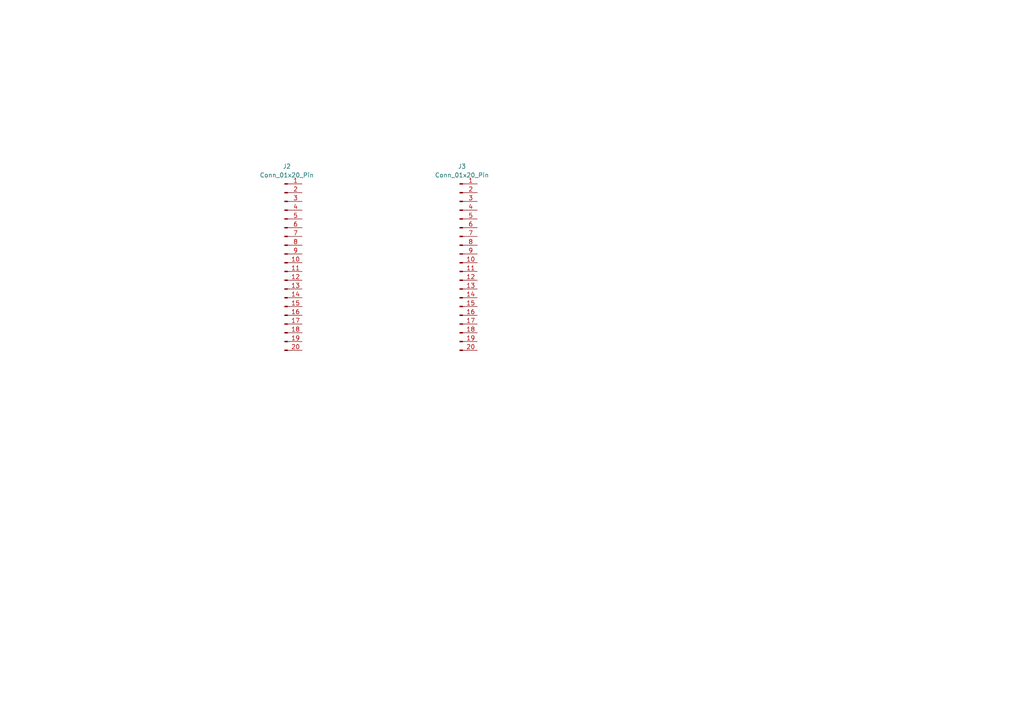
<source format=kicad_sch>
(kicad_sch (version 20250114) (generator "eeschema") (generator_version "9.0")
  (paper "A4")
  (lib_symbols
    (symbol "Connector:Conn_01x20_Pin" (pin_names (offset 1.016) (hide yes))
      (property "Reference" "J" (at 0 25.4 0))
      (property "Value" "Conn_01x20_Pin" (at 0 -27.94 0))
      (symbol "Conn_01x20_Pin_1_1"
        (rectangle (start 0.8636 22.987) (end 0 22.733) (stroke (width 0.1524)) (fill (type outline)))
        (rectangle (start 0.8636 20.447) (end 0 20.193) (stroke (width 0.1524)) (fill (type outline)))
        (rectangle (start 0.8636 17.907) (end 0 17.653) (stroke (width 0.1524)) (fill (type outline)))
        (rectangle (start 0.8636 15.367) (end 0 15.113) (stroke (width 0.1524)) (fill (type outline)))
        (rectangle (start 0.8636 12.827) (end 0 12.573) (stroke (width 0.1524)) (fill (type outline)))
        (rectangle (start 0.8636 10.287) (end 0 10.033) (stroke (width 0.1524)) (fill (type outline)))
        (rectangle (start 0.8636 7.747) (end 0 7.493) (stroke (width 0.1524)) (fill (type outline)))
        (rectangle (start 0.8636 5.207) (end 0 4.953) (stroke (width 0.1524)) (fill (type outline)))
        (rectangle (start 0.8636 2.667) (end 0 2.413) (stroke (width 0.1524)) (fill (type outline)))
        (rectangle (start 0.8636 0.127) (end 0 -0.127) (stroke (width 0.1524)) (fill (type outline)))
        (rectangle (start 0.8636 -2.413) (end 0 -2.667) (stroke (width 0.1524)) (fill (type outline)))
        (rectangle (start 0.8636 -4.953) (end 0 -5.207) (stroke (width 0.1524)) (fill (type outline)))
        (rectangle (start 0.8636 -7.493) (end 0 -7.747) (stroke (width 0.1524)) (fill (type outline)))
        (rectangle (start 0.8636 -10.033) (end 0 -10.287) (stroke (width 0.1524)) (fill (type outline)))
        (rectangle (start 0.8636 -12.573) (end 0 -12.827) (stroke (width 0.1524)) (fill (type outline)))
        (rectangle (start 0.8636 -15.113) (end 0 -15.367) (stroke (width 0.1524)) (fill (type outline)))
        (rectangle (start 0.8636 -17.653) (end 0 -17.907) (stroke (width 0.1524)) (fill (type outline)))
        (rectangle (start 0.8636 -20.193) (end 0 -20.447) (stroke (width 0.1524)) (fill (type outline)))
        (rectangle (start 0.8636 -22.733) (end 0 -22.987) (stroke (width 0.1524)) (fill (type outline)))
        (rectangle (start 0.8636 -25.273) (end 0 -25.527) (stroke (width 0.1524)) (fill (type outline)))
        (polyline (pts (xy 1.27 22.86) (xy 0.8636 22.86)) (stroke (width 0.1524)))
        (polyline (pts (xy 1.27 20.32) (xy 0.8636 20.32)) (stroke (width 0.1524)))
        (polyline (pts (xy 1.27 17.78) (xy 0.8636 17.78)) (stroke (width 0.1524)))
        (polyline (pts (xy 1.27 15.24) (xy 0.8636 15.24)) (stroke (width 0.1524)))
        (polyline (pts (xy 1.27 12.7) (xy 0.8636 12.7)) (stroke (width 0.1524)))
        (polyline (pts (xy 1.27 10.16) (xy 0.8636 10.16)) (stroke (width 0.1524)))
        (polyline (pts (xy 1.27 7.62) (xy 0.8636 7.62)) (stroke (width 0.1524)))
        (polyline (pts (xy 1.27 5.08) (xy 0.8636 5.08)) (stroke (width 0.1524)))
        (polyline (pts (xy 1.27 2.54) (xy 0.8636 2.54)) (stroke (width 0.1524)))
        (polyline (pts (xy 1.27 0) (xy 0.8636 0)) (stroke (width 0.1524)))
        (polyline (pts (xy 1.27 -2.54) (xy 0.8636 -2.54)) (stroke (width 0.1524)))
        (polyline (pts (xy 1.27 -5.08) (xy 0.8636 -5.08)) (stroke (width 0.1524)))
        (polyline (pts (xy 1.27 -7.62) (xy 0.8636 -7.62)) (stroke (width 0.1524)))
        (polyline (pts (xy 1.27 -10.16) (xy 0.8636 -10.16)) (stroke (width 0.1524)))
        (polyline (pts (xy 1.27 -12.7) (xy 0.8636 -12.7)) (stroke (width 0.1524)))
        (polyline (pts (xy 1.27 -15.24) (xy 0.8636 -15.24)) (stroke (width 0.1524)))
        (polyline (pts (xy 1.27 -17.78) (xy 0.8636 -17.78)) (stroke (width 0.1524)))
        (polyline (pts (xy 1.27 -20.32) (xy 0.8636 -20.32)) (stroke (width 0.1524)))
        (polyline (pts (xy 1.27 -22.86) (xy 0.8636 -22.86)) (stroke (width 0.1524)))
        (polyline (pts (xy 1.27 -25.4) (xy 0.8636 -25.4)) (stroke (width 0.1524)))
        (pin passive line (at 5.08 22.86 180) (length 3.81) (name "Pin_1") (number "1"))
        (pin passive line (at 5.08 20.32 180) (length 3.81) (name "Pin_2") (number "2"))
        (pin passive line (at 5.08 17.78 180) (length 3.81) (name "Pin_3") (number "3"))
        (pin passive line (at 5.08 15.24 180) (length 3.81) (name "Pin_4") (number "4"))
        (pin passive line (at 5.08 12.7 180) (length 3.81) (name "Pin_5") (number "5"))
        (pin passive line (at 5.08 10.16 180) (length 3.81) (name "Pin_6") (number "6"))
        (pin passive line (at 5.08 7.62 180) (length 3.81) (name "Pin_7") (number "7"))
        (pin passive line (at 5.08 5.08 180) (length 3.81) (name "Pin_8") (number "8"))
        (pin passive line (at 5.08 2.54 180) (length 3.81) (name "Pin_9") (number "9"))
        (pin passive line (at 5.08 0 180) (length 3.81) (name "Pin_10") (number "10"))
        (pin passive line (at 5.08 -2.54 180) (length 3.81) (name "Pin_11") (number "11"))
        (pin passive line (at 5.08 -5.08 180) (length 3.81) (name "Pin_12") (number "12"))
        (pin passive line (at 5.08 -7.62 180) (length 3.81) (name "Pin_13") (number "13"))
        (pin passive line (at 5.08 -10.16 180) (length 3.81) (name "Pin_14") (number "14"))
        (pin passive line (at 5.08 -12.7 180) (length 3.81) (name "Pin_15") (number "15"))
        (pin passive line (at 5.08 -15.24 180) (length 3.81) (name "Pin_16") (number "16"))
        (pin passive line (at 5.08 -17.78 180) (length 3.81) (name "Pin_17") (number "17"))
        (pin passive line (at 5.08 -20.32 180) (length 3.81) (name "Pin_18") (number "18"))
        (pin passive line (at 5.08 -22.86 180) (length 3.81) (name "Pin_19") (number "19"))
        (pin passive line (at 5.08 -25.4 180) (length 3.81) (name "Pin_20") (number "20"))
      )
    )
  )
  (symbol (lib_id "Connector:Conn_01x20_Pin") (at 133.35 76.2 0) (unit 1)
    (property "Reference" "J3" (at 133.985 48.26 0))
    (property "Value" "Conn_01x20_Pin" (at 133.985 50.8 0))
    (property "Footprint" "Connector_PinSocket_2.54mm:PinSocket_1x20_P2.54mm_Vertical" (effects (hide yes)))
    (property "Datasheet" "https://lcsc.com/datasheet/lcsc_datasheet_2304140030_BOOMELE-Boom-Precision-Elec-2-54-1-20P_C50981.pdf" (effects (hide yes)))
    (property "Description" "Generic connector, single row, 01x20, script generated" (effects (hide yes)))
  )
  (symbol (lib_id "Connector:Conn_01x20_Pin") (at 82.55 76.2 0) (unit 1)
    (property "Reference" "J2" (at 83.185 48.26 0))
    (property "Value" "Conn_01x20_Pin" (at 83.185 50.8 0))
    (property "Footprint" "Connector_PinSocket_2.54mm:PinSocket_1x20_P2.54mm_Vertical" (effects (hide yes)))
    (property "Datasheet" "https://lcsc.com/datasheet/lcsc_datasheet_2304140030_BOOMELE-Boom-Precision-Elec-2-54-1-20P_C50981.pdf" (effects (hide yes)))
    (property "Description" "Generic connector, single row, 01x20, script generated" (effects (hide yes)))
  )
)
</source>
